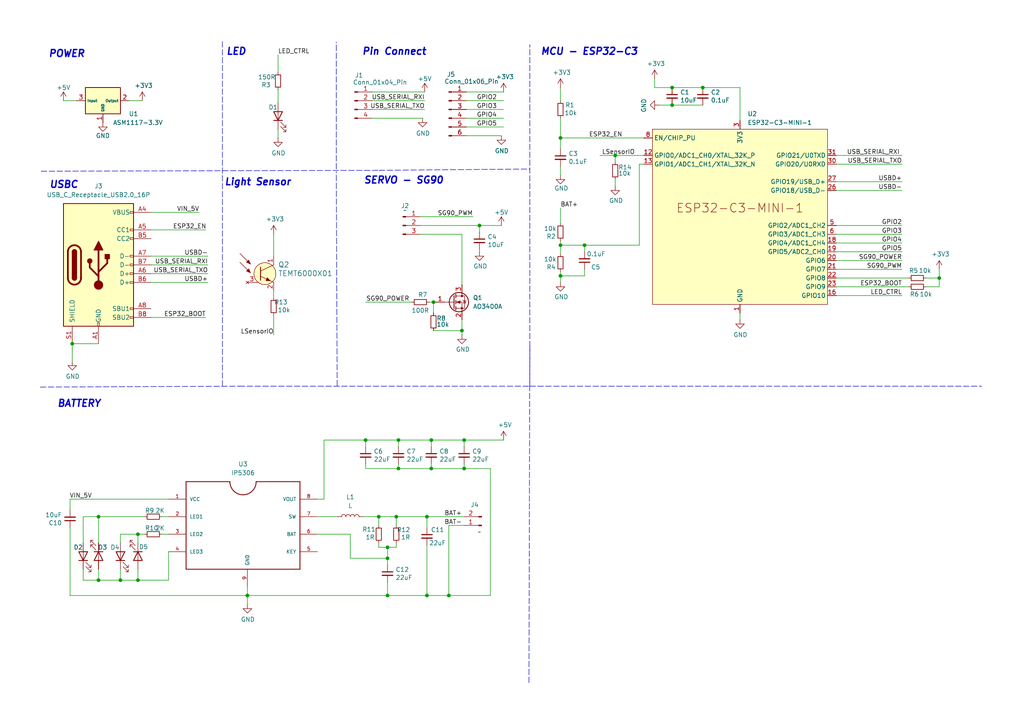
<source format=kicad_sch>
(kicad_sch (version 20231120) (generator "eeschema") (generator_version "8.0")
  (paper "A4")
  (lib_symbols
    (symbol "Connector:Conn_01x02_Pin" (pin_names (offset 1.016) hide)
      (property "Reference" "J" (at 0 2.54 0))
      (property "Value" "Conn_01x02_Pin" (at 0 -5.08 0))
      (symbol "Conn_01x02_Pin_1_1"
        (pin passive line (at 5.08 0 180) (length 3.81) (name "Pin_1") (number "1"))
        (pin passive line (at 5.08 -2.54 180) (length 3.81) (name "Pin_2") (number "2"))
      )
    )
    (symbol "Connector:Conn_01x03_Pin" (pin_names (offset 1.016) hide)
      (property "Reference" "J" (at 0 5.08 0))
      (property "Value" "Conn_01x03_Pin" (at 0 -5.08 0))
      (symbol "Conn_01x03_Pin_1_1"
        (pin passive line (at 5.08 2.54 180) (length 3.81) (name "Pin_1") (number "1"))
        (pin passive line (at 5.08 0 180) (length 3.81) (name "Pin_2") (number "2"))
        (pin passive line (at 5.08 -2.54 180) (length 3.81) (name "Pin_3") (number "3"))
      )
    )
    (symbol "Connector:Conn_01x04_Pin" (pin_names (offset 1.016) hide)
      (property "Reference" "J" (at 0 5.08 0))
      (property "Value" "Conn_01x04_Pin" (at 0 -7.62 0))
      (symbol "Conn_01x04_Pin_1_1"
        (pin passive line (at 5.08 2.54 180) (length 3.81) (name "Pin_1") (number "1"))
        (pin passive line (at 5.08 0 180) (length 3.81) (name "Pin_2") (number "2"))
        (pin passive line (at 5.08 -2.54 180) (length 3.81) (name "Pin_3") (number "3"))
        (pin passive line (at 5.08 -5.08 180) (length 3.81) (name "Pin_4") (number "4"))
      )
    )
    (symbol "Connector:Conn_01x06_Pin" (pin_names (offset 1.016) hide)
      (property "Reference" "J" (at 0 7.62 0))
      (property "Value" "Conn_01x06_Pin" (at 0 -10.16 0))
      (symbol "Conn_01x06_Pin_1_1"
        (pin passive line (at 5.08 5.08 180) (length 3.81) (name "Pin_1") (number "1"))
        (pin passive line (at 5.08 2.54 180) (length 3.81) (name "Pin_2") (number "2"))
        (pin passive line (at 5.08 0 180) (length 3.81) (name "Pin_3") (number "3"))
        (pin passive line (at 5.08 -2.54 180) (length 3.81) (name "Pin_4") (number "4"))
        (pin passive line (at 5.08 -5.08 180) (length 3.81) (name "Pin_5") (number "5"))
        (pin passive line (at 5.08 -7.62 180) (length 3.81) (name "Pin_6") (number "6"))
      )
    )
    (symbol "Connector:USB_C_Receptacle_USB2.0_16P" (pin_names (offset 1.016))
      (property "Reference" "J" (at 0 22.225 0))
      (property "Value" "USB_C_Receptacle_USB2.0_16P" (at 0 19.685 0))
      (symbol "USB_C_Receptacle_USB2.0_16P_1_1"
        (pin passive line (at 0 -22.86 90) (length 5.08) (name "GND") (number "A1"))
        (pin passive line (at 0 -22.86 90) (length 5.08) hide (name "GND") (number "A12"))
        (pin passive line (at 15.24 15.24 180) (length 5.08) (name "VBUS") (number "A4"))
        (pin bidirectional line (at 15.24 10.16 180) (length 5.08) (name "CC1") (number "A5"))
        (pin bidirectional line (at 15.24 -2.54 180) (length 5.08) (name "D+") (number "A6"))
        (pin bidirectional line (at 15.24 2.54 180) (length 5.08) (name "D-") (number "A7"))
        (pin bidirectional line (at 15.24 -12.7 180) (length 5.08) (name "SBU1") (number "A8"))
        (pin passive line (at 15.24 15.24 180) (length 5.08) hide (name "VBUS") (number "A9"))
        (pin passive line (at 0 -22.86 90) (length 5.08) hide (name "GND") (number "B1"))
        (pin passive line (at 0 -22.86 90) (length 5.08) hide (name "GND") (number "B12"))
        (pin passive line (at 15.24 15.24 180) (length 5.08) hide (name "VBUS") (number "B4"))
        (pin bidirectional line (at 15.24 7.62 180) (length 5.08) (name "CC2") (number "B5"))
        (pin bidirectional line (at 15.24 -5.08 180) (length 5.08) (name "D+") (number "B6"))
        (pin bidirectional line (at 15.24 0 180) (length 5.08) (name "D-") (number "B7"))
        (pin bidirectional line (at 15.24 -15.24 180) (length 5.08) (name "SBU2") (number "B8"))
        (pin passive line (at 15.24 15.24 180) (length 5.08) hide (name "VBUS") (number "B9"))
        (pin passive line (at -7.62 -22.86 90) (length 5.08) (name "SHIELD") (number "S1"))
      )
    )
    (symbol "Device:C_Small" (pin_numbers hide) (pin_names (offset 0.254) hide)
      (property "Reference" "C" (at 0.254 1.778 0))
      (property "Value" "C_Small" (at 0.254 -2.032 0))
      (symbol "C_Small_1_1"
        (pin passive line (at 0 2.54 270) (length 2.032) (name "~") (number "1"))
        (pin passive line (at 0 -2.54 90) (length 2.032) (name "~") (number "2"))
      )
    )
    (symbol "Device:L" (pin_numbers hide) (pin_names (offset 1.016) hide)
      (property "Reference" "L" (at -1.27 0 90))
      (property "Value" "L" (at 1.905 0 90))
      (symbol "L_1_1"
        (pin passive line (at 0 3.81 270) (length 1.27) (name "1") (number "1"))
        (pin passive line (at 0 -3.81 90) (length 1.27) (name "2") (number "2"))
      )
    )
    (symbol "Device:LED" (pin_numbers hide) (pin_names (offset 1.016) hide)
      (property "Reference" "D" (at 0 2.54 0))
      (property "Value" "LED" (at 0 -2.54 0))
      (symbol "LED_1_1"
        (pin passive line (at -3.81 0 0) (length 2.54) (name "K") (number "1"))
        (pin passive line (at 3.81 0 180) (length 2.54) (name "A") (number "2"))
      )
    )
    (symbol "Device:R_Small" (pin_numbers hide) (pin_names (offset 0.254) hide)
      (property "Reference" "R" (at 0.762 0.508 0))
      (property "Value" "R_Small" (at 0.762 -1.016 0))
      (symbol "R_Small_1_1"
        (pin passive line (at 0 2.54 270) (length 0.762) (name "~") (number "1"))
        (pin passive line (at 0 -2.54 90) (length 0.762) (name "~") (number "2"))
      )
    )
    (symbol "IP5306:IP5306" (pin_names (offset 1.016))
      (property "Reference" "U" (at 12.7 17.78 0))
      (property "Value" "IP5306" (at 12.7 15.24 0))
      (symbol "IP5306_0_0"
        (pin power_in line (at -5.08 20.32 0) (length 5.08) (name "VCC") (number "1"))
        (pin output line (at -5.08 15.24 0) (length 5.08) (name "LED1") (number "2"))
        (pin output line (at -5.08 10.16 0) (length 5.08) (name "LED2") (number "3"))
        (pin output line (at -5.08 5.08 0) (length 5.08) (name "LED3") (number "4"))
        (pin input line (at 38.1 5.08 180) (length 5.08) (name "KEY") (number "5"))
        (pin input line (at 38.1 10.16 180) (length 5.08) (name "BAT") (number "6"))
        (pin output line (at 38.1 15.24 180) (length 5.08) (name "SW") (number "7"))
        (pin output line (at 38.1 20.32 180) (length 5.08) (name "VOUT") (number "8"))
        (pin power_in line (at 17.78 -5.08 90) (length 5.08) (name "GND") (number "9"))
      )
    )
    (symbol "PCM_Espressif:ESP32-C3-MINI-1"
      (property "Reference" "U" (at -25.4 30.48 0))
      (property "Value" "ESP32-C3-MINI-1" (at -25.4 27.94 0))
      (symbol "ESP32-C3-MINI-1_0_0"
        (text "ESP32-C3-MINI-1" (at 0 2.54 0) (effects (font (size 2.54 2.54))))
      )
      (symbol "ESP32-C3-MINI-1_1_1"
        (pin power_in line (at 0 -27.94 90) (length 2.54) (name "GND") (number "1"))
        (pin no_connect line (at -25.4 2.54 0) (length 2.54) hide (name "NC") (number "10"))
        (pin passive line (at 0 -27.94 90) (length 2.54) hide (name "GND") (number "11"))
        (pin bidirectional line (at -27.94 17.78 0) (length 2.54) (name "GPIO0/ADC1_CH0/XTAL_32K_P") (number "12"))
        (pin bidirectional line (at -27.94 15.24 0) (length 2.54) (name "GPIO1/ADC1_CH1/XTAL_32K_N") (number "13"))
        (pin passive line (at 0 -27.94 90) (length 2.54) hide (name "GND") (number "14"))
        (pin no_connect line (at -25.4 0 0) (length 2.54) hide (name "NC") (number "15"))
        (pin bidirectional line (at 27.94 -22.86 180) (length 2.54) (name "GPIO10") (number "16"))
        (pin no_connect line (at -25.4 -2.54 0) (length 2.54) hide (name "NC") (number "17"))
        (pin bidirectional line (at 27.94 -7.62 180) (length 2.54) (name "GPIO4/ADC1_CH4") (number "18"))
        (pin bidirectional line (at 27.94 -10.16 180) (length 2.54) (name "GPIO5/ADC2_CH0") (number "19"))
        (pin passive line (at 0 -27.94 90) (length 2.54) hide (name "GND") (number "2"))
        (pin bidirectional line (at 27.94 -12.7 180) (length 2.54) (name "GPIO6") (number "20"))
        (pin bidirectional line (at 27.94 -15.24 180) (length 2.54) (name "GPIO7") (number "21"))
        (pin bidirectional line (at 27.94 -17.78 180) (length 2.54) (name "GPIO8") (number "22"))
        (pin bidirectional line (at 27.94 -20.32 180) (length 2.54) (name "GPIO9") (number "23"))
        (pin no_connect line (at -25.4 -5.08 0) (length 2.54) hide (name "NC") (number "24"))
        (pin no_connect line (at -25.4 -7.62 0) (length 2.54) hide (name "NC") (number "25"))
        (pin bidirectional line (at 27.94 7.62 180) (length 2.54) (name "GPIO18/USB_D-") (number "26"))
        (pin bidirectional line (at 27.94 10.16 180) (length 2.54) (name "GPIO19/USB_D+") (number "27"))
        (pin no_connect line (at -25.4 -10.16 0) (length 2.54) hide (name "NC") (number "28"))
        (pin no_connect line (at -25.4 -12.7 0) (length 2.54) hide (name "NC") (number "29"))
        (pin power_in line (at 0 27.94 270) (length 2.54) (name "3V3") (number "3"))
        (pin bidirectional line (at 27.94 15.24 180) (length 2.54) (name "GPIO20/U0RXD") (number "30"))
        (pin bidirectional line (at 27.94 17.78 180) (length 2.54) (name "GPIO21/U0TXD") (number "31"))
        (pin no_connect line (at -25.4 -15.24 0) (length 2.54) hide (name "NC") (number "32"))
        (pin no_connect line (at -25.4 -17.78 0) (length 2.54) hide (name "NC") (number "33"))
        (pin no_connect line (at -25.4 -20.32 0) (length 2.54) hide (name "NC") (number "34"))
        (pin no_connect line (at -25.4 -22.86 0) (length 2.54) hide (name "NC") (number "35"))
        (pin passive line (at 0 -27.94 90) (length 2.54) hide (name "GND") (number "36"))
        (pin passive line (at 0 -27.94 90) (length 2.54) hide (name "GND") (number "37"))
        (pin passive line (at 0 -27.94 90) (length 2.54) hide (name "GND") (number "38"))
        (pin passive line (at 0 -27.94 90) (length 2.54) hide (name "GND") (number "39"))
        (pin no_connect line (at -25.4 10.16 0) (length 2.54) hide (name "NC") (number "4"))
        (pin passive line (at 0 -27.94 90) (length 2.54) hide (name "GND") (number "40"))
        (pin passive line (at 0 -27.94 90) (length 2.54) hide (name "GND") (number "41"))
        (pin passive line (at 0 -27.94 90) (length 2.54) hide (name "GND") (number "42"))
        (pin passive line (at 0 -27.94 90) (length 2.54) hide (name "GND") (number "43"))
        (pin passive line (at 0 -27.94 90) (length 2.54) hide (name "GND") (number "44"))
        (pin passive line (at 0 -27.94 90) (length 2.54) hide (name "GND") (number "45"))
        (pin passive line (at 0 -27.94 90) (length 2.54) hide (name "GND") (number "46"))
        (pin passive line (at 0 -27.94 90) (length 2.54) hide (name "GND") (number "47"))
        (pin passive line (at 0 -27.94 90) (length 2.54) hide (name "GND") (number "48"))
        (pin passive line (at 0 -27.94 90) (length 2.54) hide (name "GND") (number "49"))
        (pin bidirectional line (at 27.94 -2.54 180) (length 2.54) (name "GPIO2/ADC1_CH2") (number "5"))
        (pin passive line (at 0 -27.94 90) (length 2.54) hide (name "GND") (number "50"))
        (pin passive line (at 0 -27.94 90) (length 2.54) hide (name "GND") (number "51"))
        (pin passive line (at 0 -27.94 90) (length 2.54) hide (name "GND") (number "52"))
        (pin passive line (at 0 -27.94 90) (length 2.54) hide (name "GND") (number "53"))
        (pin bidirectional line (at 27.94 -5.08 180) (length 2.54) (name "GPIO3/ADC1_CH3") (number "6"))
        (pin no_connect line (at -25.4 7.62 0) (length 2.54) hide (name "NC") (number "7"))
        (pin input line (at -27.94 22.86 0) (length 2.54) (name "EN/CHIP_PU") (number "8"))
        (pin no_connect line (at -25.4 5.08 0) (length 2.54) hide (name "NC") (number "9"))
      )
    )
    (symbol "Regulator_Linear:TS1117BCW33_RPG"
      (property "Reference" "U" (at 0 8.89 0))
      (property "Value" "TS1117BCW33_RPG" (at 0 6.35 0))
      (symbol "TS1117BCW33_RPG_1_1"
        (pin power_in line (at 0 -6.35 90) (length 2.54) (name "GND") (number "1"))
        (pin passive line (at 7.62 0 180) (length 2.54) (name "Output") (number "2"))
        (pin power_in line (at -7.62 0 0) (length 2.54) (name "Input") (number "3"))
      )
    )
    (symbol "Transistor_FET:AO3400A" (pin_names hide)
      (property "Reference" "Q" (at 5.08 1.905 0))
      (property "Value" "AO3400A" (at 5.08 0 0))
      (symbol "AO3400A_1_1"
        (pin input line (at -5.08 0 0) (length 2.54) (name "G") (number "1"))
        (pin passive line (at 2.54 -5.08 90) (length 2.54) (name "S") (number "2"))
        (pin passive line (at 2.54 5.08 270) (length 2.54) (name "D") (number "3"))
      )
    )
    (symbol "dk_Optical-Sensors-Phototransistors:TEMT6000X01" (pin_names (offset 0) hide)
      (property "Reference" "Q" (at -1.27 5.08 0))
      (property "Value" "TEMT6000X01" (at 6.35 0 90))
      (symbol "TEMT6000X01_1_1"
        (pin passive line (at 2.54 5.08 270) (length 2.54) (name "C") (number "1"))
        (pin passive line (at 2.54 -5.08 90) (length 2.54) (name "E") (number "2"))
        (pin no_connect line (at -5.08 -2.54 0) (length 2.54) (name "NC") (number "3"))
      )
    )
    (symbol "power:+3.3V" (power) (pin_names (offset 0))
      (property "Value" "+3.3V" (at 0 3.556 0))
      (symbol "+3.3V_1_1"
        (pin power_in line (at 0 0 90) (length 0) hide (name "+3V3") (number "1"))
      )
    )
    (symbol "power:+5V" (power) (pin_names (offset 0))
      (property "Value" "+5V" (at 0 3.556 0))
      (symbol "+5V_1_1"
        (pin power_in line (at 0 0 90) (length 0) hide (name "+5V") (number "1"))
      )
    )
    (symbol "power:GND" (power) (pin_names (offset 0))
      (property "Value" "GND" (at 0 -3.81 0))
      (symbol "GND_1_1"
        (pin power_in line (at 0 0 270) (length 0) hide (name "GND") (number "1"))
      )
    )
  )
  (junction (at 134.62 127.635))
  (junction (at 20.955 99.695))
  (junction (at 162.56 40.005))
  (junction (at 203.835 25.4))
  (junction (at 194.945 30.48))
  (junction (at 130.175 172.72))
  (junction (at 114.935 149.86))
  (junction (at 123.825 149.86))
  (junction (at 28.575 149.86))
  (junction (at 40.005 168.275))
  (junction (at 169.545 71.12))
  (junction (at 133.985 95.885))
  (junction (at 272.415 80.645))
  (junction (at 34.925 168.275))
  (junction (at 125.095 135.89))
  (junction (at 125.73 87.63))
  (junction (at 134.62 135.89))
  (junction (at 71.755 172.72))
  (junction (at 115.57 127.635))
  (junction (at 40.005 154.94))
  (junction (at 106.045 127.635))
  (junction (at 123.825 172.72))
  (junction (at 112.395 172.72))
  (junction (at 112.395 161.925))
  (junction (at 28.575 168.275))
  (junction (at 115.57 135.89))
  (junction (at 109.855 149.86))
  (junction (at 112.395 158.75))
  (junction (at 194.945 25.4))
  (junction (at 139.065 65.405))
  (junction (at 125.095 127.635))
  (junction (at 162.56 71.12))
  (junction (at 162.56 80.01))
  (junction (at 178.435 45.085))
  (wire (pts (xy 242.57 55.245) (xy 261.62 55.245)))
  (wire (pts (xy 46.99 149.86) (xy 48.895 149.86)))
  (wire (pts (xy 135.255 34.29) (xy 146.05 34.29)))
  (wire (pts (xy 18.415 29.21) (xy 22.225 29.21)))
  (wire (pts (xy 40.005 168.275) (xy 48.895 168.275)))
  (polyline (pts (xy 11.684 112.268) (xy 69.596 112.014)) (stroke (width 0) (type dash)))
  (wire (pts (xy 162.56 48.26) (xy 162.56 50.8)))
  (wire (pts (xy 139.065 65.405) (xy 145.415 65.405)))
  (wire (pts (xy 79.375 84.455) (xy 79.375 86.36)))
  (wire (pts (xy 34.925 168.275) (xy 40.005 168.275)))
  (wire (pts (xy 34.925 165.1) (xy 34.925 168.275)))
  (wire (pts (xy 71.755 172.72) (xy 112.395 172.72)))
  (wire (pts (xy 125.73 95.885) (xy 133.985 95.885)))
  (wire (pts (xy 106.045 127.635) (xy 115.57 127.635)))
  (wire (pts (xy 37.465 29.21) (xy 41.275 29.21)))
  (wire (pts (xy 121.92 62.865) (xy 137.16 62.865)))
  (wire (pts (xy 46.99 154.94) (xy 48.895 154.94)))
  (wire (pts (xy 178.435 45.085) (xy 178.435 46.99)))
  (wire (pts (xy 242.57 78.105) (xy 261.62 78.105)))
  (wire (pts (xy 272.415 83.185) (xy 272.415 80.645)))
  (wire (pts (xy 189.865 25.4) (xy 189.865 22.86)))
  (wire (pts (xy 40.005 154.94) (xy 41.91 154.94)))
  (wire (pts (xy 107.95 34.29) (xy 122.555 34.29)))
  (polyline (pts (xy 153.67 112.014) (xy 153.67 12.954)) (stroke (width 0) (type dash)))
  (polyline (pts (xy 153.416 197.993) (xy 153.67 100.33)) (stroke (width 0) (type dash)))
  (wire (pts (xy 20.32 144.78) (xy 48.895 144.78)))
  (wire (pts (xy 80.645 15.875) (xy 80.645 20.955)))
  (wire (pts (xy 133.985 95.885) (xy 133.985 97.155)))
  (wire (pts (xy 121.92 65.405) (xy 139.065 65.405)))
  (wire (pts (xy 40.005 165.1) (xy 40.005 168.275)))
  (wire (pts (xy 28.575 149.86) (xy 28.575 157.48)))
  (wire (pts (xy 112.395 161.925) (xy 112.395 163.83)))
  (wire (pts (xy 203.835 30.48) (xy 194.945 30.48)))
  (wire (pts (xy 93.98 127.635) (xy 106.045 127.635)))
  (wire (pts (xy 242.57 75.565) (xy 261.62 75.565)))
  (wire (pts (xy 107.95 31.75) (xy 123.19 31.75)))
  (wire (pts (xy 105.41 149.86) (xy 109.855 149.86)))
  (wire (pts (xy 107.95 26.67) (xy 123.19 26.67)))
  (polyline (pts (xy 97.79 111.887) (xy 97.536 49.784)) (stroke (width 0) (type dash)))
  (wire (pts (xy 20.955 99.695) (xy 20.955 104.775)))
  (wire (pts (xy 135.255 29.21) (xy 146.05 29.21)))
  (wire (pts (xy 125.095 127.635) (xy 134.62 127.635)))
  (wire (pts (xy 162.56 81.915) (xy 162.56 80.01)))
  (wire (pts (xy 93.98 144.78) (xy 93.98 127.635)))
  (wire (pts (xy 130.175 152.4) (xy 130.175 172.72)))
  (wire (pts (xy 125.095 135.89) (xy 134.62 135.89)))
  (wire (pts (xy 203.835 25.4) (xy 214.63 25.4)))
  (wire (pts (xy 106.045 87.63) (xy 119.38 87.63)))
  (wire (pts (xy 178.435 45.085) (xy 186.69 45.085)))
  (wire (pts (xy 169.545 71.12) (xy 169.545 73.025)))
  (polyline (pts (xy 69.342 112.014) (xy 153.67 112.014)) (stroke (width 0) (type dash)))
  (wire (pts (xy 43.815 74.295) (xy 60.325 74.295)))
  (wire (pts (xy 162.56 40.005) (xy 162.56 43.18)))
  (wire (pts (xy 112.395 158.75) (xy 114.935 158.75)))
  (wire (pts (xy 162.56 34.29) (xy 162.56 40.005)))
  (wire (pts (xy 34.925 154.94) (xy 40.005 154.94)))
  (wire (pts (xy 272.415 80.645) (xy 272.415 78.105)))
  (wire (pts (xy 106.045 129.54) (xy 106.045 127.635)))
  (wire (pts (xy 115.57 127.635) (xy 125.095 127.635)))
  (wire (pts (xy 114.935 149.86) (xy 114.935 152.4)))
  (wire (pts (xy 268.605 80.645) (xy 272.415 80.645)))
  (wire (pts (xy 123.825 172.72) (xy 130.175 172.72)))
  (wire (pts (xy 242.57 70.485) (xy 261.62 70.485)))
  (wire (pts (xy 40.005 154.94) (xy 40.005 157.48)))
  (wire (pts (xy 242.57 45.085) (xy 261.62 45.085)))
  (wire (pts (xy 135.255 31.75) (xy 146.05 31.75)))
  (wire (pts (xy 106.045 134.62) (xy 106.045 135.89)))
  (wire (pts (xy 24.13 168.275) (xy 28.575 168.275)))
  (wire (pts (xy 139.065 67.31) (xy 139.065 65.405)))
  (wire (pts (xy 92.075 154.94) (xy 101.6 154.94)))
  (wire (pts (xy 214.63 34.925) (xy 214.63 25.4)))
  (wire (pts (xy 268.605 83.185) (xy 272.415 83.185)))
  (wire (pts (xy 43.815 81.915) (xy 60.325 81.915)))
  (wire (pts (xy 115.57 134.62) (xy 115.57 135.89)))
  (wire (pts (xy 134.62 135.89) (xy 134.62 134.62)))
  (wire (pts (xy 115.57 135.89) (xy 125.095 135.89)))
  (wire (pts (xy 114.935 158.75) (xy 114.935 157.48)))
  (wire (pts (xy 130.175 152.4) (xy 134.62 152.4)))
  (wire (pts (xy 134.62 127.635) (xy 146.05 127.635)))
  (wire (pts (xy 28.575 168.275) (xy 34.925 168.275)))
  (wire (pts (xy 242.57 65.405) (xy 261.62 65.405)))
  (wire (pts (xy 135.255 39.37) (xy 145.415 39.37)))
  (wire (pts (xy 124.46 87.63) (xy 125.73 87.63)))
  (wire (pts (xy 43.815 76.835) (xy 60.325 76.835)))
  (polyline (pts (xy 64.516 112.014) (xy 64.516 11.938)) (stroke (width 0) (type dash)))
  (wire (pts (xy 142.24 172.72) (xy 142.24 135.89)))
  (wire (pts (xy 169.545 80.01) (xy 162.56 80.01)))
  (wire (pts (xy 109.855 157.48) (xy 109.855 158.75)))
  (wire (pts (xy 43.815 79.375) (xy 60.325 79.375)))
  (wire (pts (xy 135.255 26.67) (xy 146.05 26.67)))
  (wire (pts (xy 123.825 149.86) (xy 123.825 153.035)))
  (wire (pts (xy 71.755 172.72) (xy 71.755 175.26)))
  (wire (pts (xy 48.895 168.275) (xy 48.895 160.02)))
  (wire (pts (xy 185.42 71.12) (xy 169.545 71.12)))
  (wire (pts (xy 162.56 80.01) (xy 162.56 78.74)))
  (wire (pts (xy 24.13 165.1) (xy 24.13 168.275)))
  (wire (pts (xy 169.545 71.12) (xy 162.56 71.12)))
  (wire (pts (xy 20.32 144.78) (xy 20.32 147.955)))
  (wire (pts (xy 125.095 134.62) (xy 125.095 135.89)))
  (wire (pts (xy 242.57 67.945) (xy 261.62 67.945)))
  (wire (pts (xy 107.95 29.21) (xy 123.19 29.21)))
  (wire (pts (xy 71.755 170.18) (xy 71.755 172.72)))
  (wire (pts (xy 121.92 67.945) (xy 133.985 67.945)))
  (wire (pts (xy 28.575 149.86) (xy 41.91 149.86)))
  (wire (pts (xy 80.645 26.035) (xy 80.645 29.845)))
  (wire (pts (xy 185.42 47.625) (xy 186.69 47.625)))
  (wire (pts (xy 20.955 99.695) (xy 28.575 99.695)))
  (wire (pts (xy 169.545 78.105) (xy 169.545 80.01)))
  (wire (pts (xy 135.255 36.83) (xy 146.05 36.83)))
  (wire (pts (xy 109.855 158.75) (xy 112.395 158.75)))
  (wire (pts (xy 28.575 165.1) (xy 28.575 168.275)))
  (wire (pts (xy 112.395 158.75) (xy 112.395 161.925)))
  (wire (pts (xy 178.435 52.07) (xy 178.435 53.975)))
  (wire (pts (xy 125.73 87.63) (xy 126.365 87.63)))
  (polyline (pts (xy 153.67 112.014) (xy 284.734 112.014)) (stroke (width 0) (type dash)))
  (wire (pts (xy 242.57 83.185) (xy 263.525 83.185)))
  (wire (pts (xy 79.375 91.44) (xy 79.375 97.155)))
  (wire (pts (xy 34.925 154.94) (xy 34.925 157.48)))
  (wire (pts (xy 115.57 127.635) (xy 115.57 129.54)))
  (wire (pts (xy 139.065 72.39) (xy 139.065 73.025)))
  (wire (pts (xy 109.855 149.86) (xy 109.855 152.4)))
  (wire (pts (xy 125.73 87.63) (xy 125.73 90.805)))
  (wire (pts (xy 142.24 135.89) (xy 134.62 135.89)))
  (wire (pts (xy 20.32 172.72) (xy 71.755 172.72)))
  (wire (pts (xy 79.375 67.945) (xy 79.375 74.295)))
  (wire (pts (xy 242.57 80.645) (xy 263.525 80.645)))
  (wire (pts (xy 194.945 25.4) (xy 189.865 25.4)))
  (wire (pts (xy 114.935 149.86) (xy 123.825 149.86)))
  (wire (pts (xy 92.075 144.78) (xy 93.98 144.78)))
  (wire (pts (xy 173.99 45.085) (xy 178.435 45.085)))
  (wire (pts (xy 242.57 85.725) (xy 261.62 85.725)))
  (wire (pts (xy 28.575 149.86) (xy 24.13 149.86)))
  (wire (pts (xy 134.62 127.635) (xy 134.62 129.54)))
  (wire (pts (xy 109.855 149.86) (xy 114.935 149.86)))
  (wire (pts (xy 106.045 135.89) (xy 115.57 135.89)))
  (wire (pts (xy 133.985 67.945) (xy 133.985 82.55)))
  (wire (pts (xy 43.815 66.675) (xy 59.69 66.675)))
  (wire (pts (xy 123.825 158.115) (xy 123.825 172.72)))
  (polyline (pts (xy 97.536 49.022) (xy 97.536 12.192)) (stroke (width 0) (type dash)))
  (polyline (pts (xy 11.938 49.657) (xy 110.49 49.403)) (stroke (width 0) (type dash)))
  (wire (pts (xy 162.56 40.005) (xy 186.69 40.005)))
  (wire (pts (xy 214.63 90.805) (xy 214.63 92.71)))
  (wire (pts (xy 43.815 61.595) (xy 57.785 61.595)))
  (wire (pts (xy 20.32 153.035) (xy 20.32 172.72)))
  (wire (pts (xy 162.56 69.85) (xy 162.56 71.12)))
  (wire (pts (xy 242.57 73.025) (xy 261.62 73.025)))
  (polyline (pts (xy 109.982 49.403) (xy 153.67 49.022)) (stroke (width 0) (type dash)))
  (wire (pts (xy 185.42 47.625) (xy 185.42 71.12)))
  (wire (pts (xy 80.645 37.465) (xy 80.645 40.005)))
  (wire (pts (xy 162.56 64.77) (xy 162.56 60.325)))
  (wire (pts (xy 125.095 127.635) (xy 125.095 129.54)))
  (wire (pts (xy 101.6 154.94) (xy 101.6 161.925)))
  (wire (pts (xy 123.825 149.86) (xy 134.62 149.86)))
  (wire (pts (xy 112.395 172.72) (xy 123.825 172.72)))
  (wire (pts (xy 133.985 92.71) (xy 133.985 95.885)))
  (wire (pts (xy 112.395 172.72) (xy 112.395 168.91)))
  (wire (pts (xy 203.835 25.4) (xy 194.945 25.4)))
  (wire (pts (xy 191.135 30.48) (xy 194.945 30.48)))
  (wire (pts (xy 242.57 47.625) (xy 261.62 47.625)))
  (wire (pts (xy 24.13 149.86) (xy 24.13 157.48)))
  (wire (pts (xy 101.6 161.925) (xy 112.395 161.925)))
  (wire (pts (xy 92.075 149.86) (xy 97.79 149.86)))
  (wire (pts (xy 162.56 71.12) (xy 162.56 73.66)))
  (wire (pts (xy 43.815 92.075) (xy 59.69 92.075)))
  (wire (pts (xy 162.56 29.21) (xy 162.56 25.4)))
  (wire (pts (xy 130.175 172.72) (xy 142.24 172.72)))
  (wire (pts (xy 242.57 52.705) (xy 261.62 52.705)))
  (text "Pin Connect\n" (at 104.902 16.256 0) (effects (font (size 2.0066 2.0066) (thickness 0.4013) (bold yes) (italic yes)) (justify left bottom)))
  (text "MCU - ESP32-C3" (at 156.718 16.256 0) (effects (font (size 2.0066 2.0066) (thickness 0.4013) (bold yes) (italic yes)) (justify left bottom)))
  (text "POWER" (at 13.97 16.891 0) (effects (font (size 2.0066 2.0066) (thickness 0.4013) (bold yes) (italic yes)) (justify left bottom)))
  (text "Light Sensor" (at 65.024 54.102 0) (effects (font (size 2.0066 2.0066) (thickness 0.4013) (bold yes) (italic yes)) (justify left bottom)))
  (text "SERVO - SG90" (at 105.41 53.594 0) (effects (font (size 2.0066 2.0066) (thickness 0.4013) (bold yes) (italic yes)) (justify left bottom)))
  (text "BATTERY" (at 16.51 118.364 0) (effects (font (size 2.0066 2.0066) (thickness 0.4013) (bold yes) (italic yes)) (justify left bottom)))
  (text "USBC" (at 14.224 54.864 0) (effects (font (size 2.0066 2.0066) (thickness 0.4013) (bold yes) (italic yes)) (justify left bottom)))
  (text "LED" (at 65.532 16.256 0) (effects (font (size 2.0066 2.0066) (thickness 0.4013) (bold yes) (italic yes)) (justify left bottom)))
  (label "GPIO2" (at 261.62 65.405 180))
  (label "USB_SERIAL_TXO" (at 60.325 79.375 180))
  (label "USB_SERIAL_RXI" (at 60.325 76.835 180))
  (label "GPIO2" (at 144.145 29.21 180))
  (label "USB_SERIAL_TXO" (at 123.19 31.75 180))
  (label "ESP32_EN" (at 170.815 40.005 0))
  (label "USBD+" (at 261.62 52.705 180))
  (label "ESP32_BOOT" (at 261.62 83.185 180))
  (label "VIN_5V" (at 26.67 144.78 180))
  (label "GPIO3" (at 261.62 67.945 180))
  (label "GPIO5" (at 144.145 36.83 180))
  (label "LED_CTRL" (at 80.645 15.875 0))
  (label "USBD-" (at 60.325 74.295 180))
  (label "BAT+" (at 162.56 60.325 0))
  (label "SG90_POWER" (at 261.62 75.565 180))
  (label "USBD+" (at 60.325 81.915 180))
  (label "SG90_POWER" (at 118.745 87.63 180))
  (label "USB_SERIAL_TXO" (at 261.62 47.625 180))
  (label "USB_SERIAL_RXI" (at 260.985 45.085 180))
  (label "GPIO4" (at 144.145 34.29 180))
  (label "LSensorIO" (at 184.15 45.085 180))
  (label "ESP32_BOOT" (at 59.69 92.075 180))
  (label "LED_CTRL" (at 261.62 85.725 180))
  (label "SG90_PWM" (at 261.62 78.105 180))
  (label "VIN_5V" (at 57.785 61.595 180))
  (label "GPIO4" (at 261.62 70.485 180))
  (label "SG90_PWM" (at 137.16 62.865 180))
  (label "GPIO5" (at 261.62 73.025 180))
  (label "BAT-" (at 133.985 152.4 180))
  (label "LSensorIO" (at 79.375 97.155 180))
  (label "BAT+" (at 133.985 149.86 180))
  (label "USBD-" (at 261.62 55.245 180))
  (label "USB_SERIAL_RXI" (at 123.19 29.21 180))
  (label "GPIO3" (at 144.145 31.75 180))
  (label "ESP32_EN" (at 50.165 66.675 0))
  (symbol (lib_id "Device:R_Small") (at 162.56 31.75 180) (unit 1)
    (property "Reference" "R1" (at 166.624 30.48 0) (effects (justify left)))
    (property "Value" "10k" (at 167.386 32.766 0) (effects (justify left)))
    (property "Footprint" "Resistor_SMD:R_0402_1005Metric" (effects (hide yes)))
    (property "LCSC" "C105580" (effects (hide yes)))
    (property "Digikey" "RMCF0603JT5K10CT-ND" (effects (hide yes)))
    (property "Mouser" "652-CR0603FX-5101ELF" (effects (hide yes)))
  )
  (symbol (lib_id "power:GND") (at 122.555 34.29 0) (unit 1)
    (property "Reference" "#PWR024" (effects (hide yes)))
    (property "Value" "GND" (at 122.682 38.6842 0))
  )
  (symbol (lib_id "Device:R_Small") (at 178.435 49.53 0) (unit 1)
    (property "Reference" "R14" (at 179.324 48.514 0) (effects (justify left)))
    (property "Value" "10k" (at 179.324 50.292 0) (effects (justify left)))
    (property "Footprint" "Resistor_SMD:R_0402_1005Metric" (effects (hide yes)))
    (property "LCSC" "C105580" (effects (hide yes)))
    (property "Digikey" "RMCF0603JT5K10CT-ND" (effects (hide yes)))
    (property "Mouser" "652-CR0603FX-5101ELF" (effects (hide yes)))
  )
  (symbol (lib_id "Connector:Conn_01x03_Pin") (at 116.84 65.405 0) (unit 1)
    (property "Reference" "J2" (at 117.475 59.69 0))
    (property "Value" "~" (at 117.475 60.96 0))
    (property "Footprint" "Connector_PinHeader_2.00mm:PinHeader_1x03_P2.00mm_Vertical" (effects (hide yes)))
    (property "Description" "Generic connector, single row, 01x03, script generated" (effects (hide yes)))
  )
  (symbol (lib_id "Device:LED") (at 28.575 161.29 270) (unit 1)
    (property "Reference" "D3" (at 31.115 158.75 90) (effects (justify right)))
    (property "Value" "LED" (effects (hide yes)))
    (property "Footprint" "LED_SMD:LED_0603_1608Metric" (effects (hide yes)))
    (property "Description" "Light emitting diode" (effects (hide yes)))
  )
  (symbol (lib_id "Device:C_Small") (at 162.56 45.72 0) (unit 1)
    (property "Reference" "C3" (at 164.8968 44.5516 0) (effects (justify left)))
    (property "Value" "0.1uF" (at 164.8968 46.863 0) (effects (justify left)))
    (property "Footprint" "Capacitor_SMD:C_0402_1005Metric" (effects (hide yes)))
    (property "LCSC" "C1591" (effects (hide yes)))
    (property "Digikey" "1276-1935-1-ND" (effects (hide yes)))
    (property "Mouser" "187-CL10B104KB8NNWC" (effects (hide yes)))
  )
  (symbol (lib_id "power:+5V") (at 18.415 29.21 0) (unit 1)
    (property "Reference" "#PWR07" (effects (hide yes)))
    (property "Value" "+5V" (at 18.415 25.4 0))
  )
  (symbol (lib_id "Device:C_Small") (at 134.62 132.08 0) (unit 1)
    (property "Reference" "C9" (at 136.9568 130.9116 0) (effects (justify left)))
    (property "Value" "22uF" (at 136.9568 133.223 0) (effects (justify left)))
    (property "Footprint" "Capacitor_SMD:C_1206_3216Metric" (effects (hide yes)))
    (property "LCSC" "C1591" (effects (hide yes)))
    (property "Digikey" "1276-1935-1-ND" (effects (hide yes)))
    (property "Mouser" "187-CL10B104KB8NNWC" (effects (hide yes)))
  )
  (symbol (lib_id "Device:LED") (at 40.005 161.29 270) (unit 1)
    (property "Reference" "D5" (at 40.259 158.623 90) (effects (justify left)))
    (property "Value" "LED" (effects (hide yes)))
    (property "Footprint" "LED_SMD:LED_0603_1608Metric" (effects (hide yes)))
    (property "Description" "Light emitting diode" (effects (hide yes)))
  )
  (symbol (lib_id "Device:R_Small") (at 44.45 154.94 270) (unit 1)
    (property "Reference" "R10" (at 42.037 153.162 90) (effects (justify left)))
    (property "Value" "2K" (at 45.085 153.162 90) (effects (justify left)))
    (property "Footprint" "Resistor_SMD:R_0402_1005Metric" (effects (hide yes)))
    (property "LCSC" "C105580" (effects (hide yes)))
    (property "Digikey" "RMCF0603JT5K10CT-ND" (effects (hide yes)))
    (property "Mouser" "652-CR0603FX-5101ELF" (effects (hide yes)))
  )
  (symbol (lib_id "Regulator_Linear:TS1117BCW33_RPG") (at 29.845 29.21 0) (unit 1)
    (property "Reference" "U1" (at 38.735 33.02 0))
    (property "Value" "ASM1117-3.3V" (at 40.005 35.56 0))
    (property "Footprint" "Package_TO_SOT_SMD:SOT-223-3_TabPin2" (effects (hide yes)))
    (property "Datasheet" "https://www.mouser.com/datasheet/2/395/TS1117B_H1607-1918589.pdf" (effects (hide yes)))
    (property "Note" "Populate either U6 or U9 - depending on pinout - but not both!" (effects (hide yes)))
    (property "LCSC" "C6186, C35879, or others" (effects (hide yes)))
    (property "Digikey" "296-35976-1-ND" (effects (hide yes)))
    (property "Mouser" "821-TS1117BCW33RPG" (effects (hide yes)))
  )
  (symbol (lib_id "dk_Optical-Sensors-Phototransistors:TEMT6000X01") (at 76.835 79.375 0) (unit 1)
    (property "Reference" "Q2" (at 80.645 76.7714 0) (effects (font (size 1.524 1.524)) (justify left)))
    (property "Value" "TEMT6000X01" (at 80.645 79.3114 0) (effects (font (size 1.524 1.524)) (justify left)))
    (property "Footprint" "digikey-footprints:Phototransistor_SMD_4x2mm_TEMT6000X01" (effects (hide yes)))
    (property "Datasheet" "http://www.vishay.com/docs/81579/temt6000.pdf" (effects (hide yes)))
    (property "Description" "SENSOR PHOTO 570NM TOP VIEW 1206" (effects (hide yes)))
    (property "Digi-Key_PN" "751-1055-1-ND" (effects (hide yes)))
    (property "MPN" "TEMT6000X01" (effects (hide yes)))
    (property "Category" "Sensors, Transducers" (effects (hide yes)))
    (property "Family" "Optical Sensors - Phototransistors" (effects (hide yes)))
    (property "DK_Datasheet_Link" "http://www.vishay.com/docs/81579/temt6000.pdf" (effects (hide yes)))
    (property "DK_Detail_Page" "/product-detail/en/vishay-semiconductor-opto-division/TEMT6000X01/751-1055-1-ND/1681410" (effects (hide yes)))
    (property "Description_1" "SENSOR PHOTO 570NM TOP VIEW 1206" (effects (hide yes)))
    (property "Manufacturer" "Vishay Semiconductor Opto Division" (effects (hide yes)))
    (property "Status" "Active" (effects (hide yes)))
  )
  (symbol (lib_id "power:GND") (at 191.135 30.48 270) (unit 1)
    (property "Reference" "#PWR06" (effects (hide yes)))
    (property "Value" "GND" (at 186.7408 30.607 0))
  )
  (symbol (lib_id "Device:C_Small") (at 203.835 27.94 0) (unit 1)
    (property "Reference" "C2" (at 206.1718 26.7716 0) (effects (justify left)))
    (property "Value" "0.1uF" (at 206.1718 29.083 0) (effects (justify left)))
    (property "Footprint" "Capacitor_SMD:C_0402_1005Metric" (effects (hide yes)))
    (property "LCSC" "C1591" (effects (hide yes)))
    (property "Digikey" "1276-1935-1-ND" (effects (hide yes)))
    (property "Mouser" "187-CL10B104KB8NNWC" (effects (hide yes)))
  )
  (symbol (lib_id "Device:C_Small") (at 20.32 150.495 180) (unit 1)
    (property "Reference" "C10" (at 17.9832 151.6634 0) (effects (justify left)))
    (property "Value" "10uF" (at 17.9832 149.352 0) (effects (justify left)))
    (property "Footprint" "Capacitor_SMD:C_0603_1608Metric" (effects (hide yes)))
    (property "LCSC" "C1591" (effects (hide yes)))
    (property "Digikey" "1276-1935-1-ND" (effects (hide yes)))
    (property "Mouser" "187-CL10B104KB8NNWC" (effects (hide yes)))
  )
  (symbol (lib_id "power:GND") (at 162.56 81.915 0) (unit 1)
    (property "Reference" "#PWR015" (effects (hide yes)))
    (property "Value" "GND" (at 162.814 86.106 0))
  )
  (symbol (lib_id "power:+5V") (at 145.415 65.405 0) (unit 1)
    (property "Reference" "#PWR013" (effects (hide yes)))
    (property "Value" "+5V" (at 145.415 61.595 0))
  )
  (symbol (lib_id "Device:LED") (at 24.13 161.29 90) (unit 1)
    (property "Reference" "D2" (at 21.336 158.75 90) (effects (justify right)))
    (property "Value" "LED" (effects (hide yes)))
    (property "Footprint" "LED_SMD:LED_0603_1608Metric" (effects (hide yes)))
    (property "Description" "Light emitting diode" (effects (hide yes)))
  )
  (symbol (lib_id "power:GND") (at 20.955 104.775 0) (unit 1)
    (property "Reference" "#PWR022" (effects (hide yes)))
    (property "Value" "GND" (at 21.082 109.1692 0))
  )
  (symbol (lib_id "Device:R_Small") (at 162.56 67.31 0) (unit 1)
    (property "Reference" "R2" (at 158.496 68.58 0) (effects (justify left)))
    (property "Value" "10k" (at 157.734 66.294 0) (effects (justify left)))
    (property "Footprint" "Resistor_SMD:R_0402_1005Metric" (effects (hide yes)))
    (property "LCSC" "C105580" (effects (hide yes)))
    (property "Digikey" "RMCF0603JT5K10CT-ND" (effects (hide yes)))
    (property "Mouser" "652-CR0603FX-5101ELF" (effects (hide yes)))
  )
  (symbol (lib_id "power:GND") (at 214.63 92.71 0) (unit 1)
    (property "Reference" "#PWR017" (effects (hide yes)))
    (property "Value" "GND" (at 214.757 97.1042 0))
  )
  (symbol (lib_id "power:+3.3V") (at 272.415 78.105 0) (unit 1)
    (property "Reference" "#PWR014" (effects (hide yes)))
    (property "Value" "+3V3" (at 272.796 73.7108 0))
  )
  (symbol (lib_id "Connector:Conn_01x06_Pin") (at 130.175 31.75 0) (unit 1)
    (property "Reference" "J5" (at 130.81 21.59 0))
    (property "Value" "Conn_01x06_Pin" (at 136.779 23.622 0))
    (property "Footprint" "Connector_PinHeader_2.00mm:PinHeader_1x06_P2.00mm_Vertical" (effects (hide yes)))
    (property "Description" "Generic connector, single row, 01x06, script generated" (effects (hide yes)))
  )
  (symbol (lib_id "Device:R_Small") (at 44.45 149.86 270) (unit 1)
    (property "Reference" "R9" (at 42.037 148.082 90) (effects (justify left)))
    (property "Value" "2K" (at 45.085 148.082 90) (effects (justify left)))
    (property "Footprint" "Resistor_SMD:R_0402_1005Metric" (effects (hide yes)))
    (property "LCSC" "C105580" (effects (hide yes)))
    (property "Digikey" "RMCF0603JT5K10CT-ND" (effects (hide yes)))
    (property "Mouser" "652-CR0603FX-5101ELF" (effects (hide yes)))
  )
  (symbol (lib_id "Device:C_Small") (at 123.825 155.575 0) (unit 1)
    (property "Reference" "C11" (at 124.968 153.67 0) (effects (justify left)))
    (property "Value" "22uF" (at 124.46 157.48 0) (effects (justify left)))
    (property "Footprint" "Capacitor_SMD:C_1206_3216Metric" (effects (hide yes)))
    (property "LCSC" "C1591" (effects (hide yes)))
    (property "Digikey" "1276-1935-1-ND" (effects (hide yes)))
    (property "Mouser" "187-CL10B104KB8NNWC" (effects (hide yes)))
  )
  (symbol (lib_id "Device:C_Small") (at 139.065 69.85 0) (unit 1)
    (property "Reference" "C4" (at 141.4018 68.6816 0) (effects (justify left)))
    (property "Value" "10uF" (at 141.4018 70.993 0) (effects (justify left)))
    (property "Footprint" "Capacitor_SMD:C_0402_1005Metric" (effects (hide yes)))
    (property "LCSC" "C1591" (effects (hide yes)))
    (property "Digikey" "1276-1935-1-ND" (effects (hide yes)))
    (property "Mouser" "187-CL10B104KB8NNWC" (effects (hide yes)))
  )
  (symbol (lib_id "Device:C_Small") (at 115.57 132.08 0) (unit 1)
    (property "Reference" "C7" (at 117.9068 130.9116 0) (effects (justify left)))
    (property "Value" "22uF" (at 117.9068 133.223 0) (effects (justify left)))
    (property "Footprint" "Capacitor_SMD:C_1206_3216Metric" (effects (hide yes)))
    (property "LCSC" "C1591" (effects (hide yes)))
    (property "Digikey" "1276-1935-1-ND" (effects (hide yes)))
    (property "Mouser" "187-CL10B104KB8NNWC" (effects (hide yes)))
  )
  (symbol (lib_id "Device:C_Small") (at 194.945 27.94 0) (unit 1)
    (property "Reference" "C1" (at 197.2818 26.7716 0) (effects (justify left)))
    (property "Value" "10uF" (at 197.2818 29.083 0) (effects (justify left)))
    (property "Footprint" "Capacitor_SMD:C_0402_1005Metric" (effects (hide yes)))
    (property "LCSC" "C15850" (effects (hide yes)))
    (property "Digikey" "1276-2891-1-ND" (effects (hide yes)))
    (property "Mouser" "187-CL21A106KAYNNNE" (effects (hide yes)))
  )
  (symbol (lib_id "Device:R_Small") (at 109.855 154.94 180) (unit 1)
    (property "Reference" "R11" (at 108.966 153.543 0) (effects (justify left)))
    (property "Value" "1R" (at 108.712 155.829 0) (effects (justify left)))
    (property "Footprint" "Resistor_SMD:R_0603_1608Metric" (effects (hide yes)))
    (property "LCSC" "C105580" (effects (hide yes)))
    (property "Digikey" "RMCF0603JT5K10CT-ND" (effects (hide yes)))
    (property "Mouser" "652-CR0603FX-5101ELF" (effects (hide yes)))
  )
  (symbol (lib_id "power:+3.3V") (at 189.865 22.86 0) (unit 1)
    (property "Reference" "#PWR01" (effects (hide yes)))
    (property "Value" "+3V3" (at 190.246 18.4658 0))
  )
  (symbol (lib_id "power:+3.3V") (at 41.275 29.21 0) (unit 1)
    (property "Reference" "#PWR08" (effects (hide yes)))
    (property "Value" "+3V3" (at 41.656 24.8158 0))
  )
  (symbol (lib_id "power:GND") (at 145.415 39.37 0) (unit 1)
    (property "Reference" "#PWR023" (effects (hide yes)))
    (property "Value" "GND" (at 145.542 43.7642 0))
  )
  (symbol (lib_id "Device:LED") (at 80.645 33.655 90) (unit 1)
    (property "Reference" "D1" (at 77.851 31.115 90) (effects (justify right)))
    (property "Value" "LED" (effects (hide yes)))
    (property "Footprint" "LED_SMD:LED_0603_1608Metric" (effects (hide yes)))
    (property "Description" "Light emitting diode" (effects (hide yes)))
  )
  (symbol (lib_id "Device:R_Small") (at 266.065 80.645 90) (unit 1)
    (property "Reference" "R5" (at 266.319 78.486 90) (effects (justify left)))
    (property "Value" "10k" (at 270.129 78.486 90) (effects (justify left)))
    (property "Footprint" "Resistor_SMD:R_0402_1005Metric" (effects (hide yes)))
    (property "LCSC" "C105580" (effects (hide yes)))
    (property "Digikey" "RMCF0603JT5K10CT-ND" (effects (hide yes)))
    (property "Mouser" "652-CR0603FX-5101ELF" (effects (hide yes)))
  )
  (symbol (lib_id "power:+3.3V") (at 79.375 67.945 0) (unit 1)
    (property "Reference" "#PWR03" (effects (hide yes)))
    (property "Value" "+3V3" (at 79.756 63.5508 0))
  )
  (symbol (lib_id "power:GND") (at 139.065 73.025 0) (unit 1)
    (property "Reference" "#PWR02" (effects (hide yes)))
    (property "Value" "GND" (at 139.319 77.216 0))
  )
  (symbol (lib_id "Device:C_Small") (at 169.545 75.565 180) (unit 1)
    (property "Reference" "C5" (at 174.117 77.47 0) (effects (justify left)))
    (property "Value" "0.1uF" (at 175.641 73.66 0) (effects (justify left)))
    (property "Footprint" "Capacitor_SMD:C_0402_1005Metric" (effects (hide yes)))
    (property "LCSC" "C1591" (effects (hide yes)))
    (property "Digikey" "1276-1935-1-ND" (effects (hide yes)))
    (property "Mouser" "187-CL10B104KB8NNWC" (effects (hide yes)))
  )
  (symbol (lib_id "power:+5V") (at 123.19 26.67 0) (unit 1)
    (property "Reference" "#PWR025" (effects (hide yes)))
    (property "Value" "+5V" (at 123.19 22.86 0))
  )
  (symbol (lib_id "Device:L") (at 101.6 149.86 90) (unit 1)
    (property "Reference" "L1" (at 101.6 144.145 90))
    (property "Value" "L" (at 101.6 146.685 90))
    (property "Footprint" "Inductor_SMD:L_Chilisin_BMRA00050530" (effects (hide yes)))
    (property "Description" "Inductor" (effects (hide yes)))
  )
  (symbol (lib_id "Connector:Conn_01x02_Pin") (at 139.7 152.4 180) (unit 1)
    (property "Reference" "J4" (at 137.668 146.431 0))
    (property "Value" "~" (at 139.065 154.305 0))
    (property "Footprint" "Connector_PinHeader_2.00mm:PinHeader_1x02_P2.00mm_Vertical" (effects (hide yes)))
    (property "Description" "Generic connector, single row, 01x02, script generated" (effects (hide yes)))
  )
  (symbol (lib_id "Device:C_Small") (at 125.095 132.08 0) (unit 1)
    (property "Reference" "C8" (at 127.4318 130.9116 0) (effects (justify left)))
    (property "Value" "22uF" (at 127.4318 133.223 0) (effects (justify left)))
    (property "Footprint" "Capacitor_SMD:C_1206_3216Metric" (effects (hide yes)))
    (property "LCSC" "C1591" (effects (hide yes)))
    (property "Digikey" "1276-1935-1-ND" (effects (hide yes)))
    (property "Mouser" "187-CL10B104KB8NNWC" (effects (hide yes)))
  )
  (symbol (lib_id "Device:R_Small") (at 80.645 23.495 0) (unit 1)
    (property "Reference" "R3" (at 75.819 24.638 0) (effects (justify left)))
    (property "Value" "150R" (at 74.803 22.352 0) (effects (justify left)))
    (property "Footprint" "Resistor_SMD:R_0402_1005Metric" (effects (hide yes)))
    (property "LCSC" "C105580" (effects (hide yes)))
    (property "Digikey" "RMCF0603JT5K10CT-ND" (effects (hide yes)))
    (property "Mouser" "652-CR0603FX-5101ELF" (effects (hide yes)))
  )
  (symbol (lib_id "power:GND") (at 29.845 35.56 0) (unit 1)
    (property "Reference" "#PWR09" (effects (hide yes)))
    (property "Value" "GND" (at 29.845 39.37 0))
  )
  (symbol (lib_id "power:+5V") (at 146.05 127.635 0) (unit 1)
    (property "Reference" "#PWR020" (effects (hide yes)))
    (property "Value" "+5V" (at 146.431 123.2408 0))
  )
  (symbol (lib_id "Device:R_Small") (at 125.73 93.345 0) (unit 1)
    (property "Reference" "R8" (at 126.619 92.329 0) (effects (justify left)))
    (property "Value" "10k" (at 126.619 94.107 0) (effects (justify left)))
    (property "Footprint" "Resistor_SMD:R_0402_1005Metric" (effects (hide yes)))
    (property "LCSC" "C105580" (effects (hide yes)))
    (property "Digikey" "RMCF0603JT5K10CT-ND" (effects (hide yes)))
    (property "Mouser" "652-CR0603FX-5101ELF" (effects (hide yes)))
  )
  (symbol (lib_id "Connector:USB_C_Receptacle_USB2.0_16P") (at 28.575 76.835 0) (unit 1)
    (property "Reference" "J3" (at 28.575 53.975 0))
    (property "Value" "USB_C_Receptacle_USB2.0_16P" (at 28.575 56.515 0))
    (property "Footprint" "Connector_USB:USB_C_Receptacle_GCT_USB4105-xx-A_16P_TopMnt_Horizontal" (effects (hide yes)))
    (property "Datasheet" "https://www.usb.org/sites/default/files/documents/usb_type-c.zip" (effects (hide yes)))
    (property "Description" "USB 2.0-only 16P Type-C Receptacle connector" (effects (hide yes)))
  )
  (symbol (lib_id "Connector:Conn_01x04_Pin") (at 102.87 29.21 0) (unit 1)
    (property "Reference" "J1" (at 104.14 21.844 0))
    (property "Value" "Conn_01x04_Pin" (at 110.236 23.876 0))
    (property "Footprint" "Connector_PinHeader_2.00mm:PinHeader_1x04_P2.00mm_Vertical" (effects (hide yes)))
    (property "Description" "Generic connector, single row, 01x04, script generated" (effects (hide yes)))
  )
  (symbol (lib_id "Device:R_Small") (at 114.935 154.94 180) (unit 1)
    (property "Reference" "R12" (at 118.999 153.67 0) (effects (justify left)))
    (property "Value" "1R" (at 118.999 155.829 0) (effects (justify left)))
    (property "Footprint" "Resistor_SMD:R_0603_1608Metric" (effects (hide yes)))
    (property "LCSC" "C105580" (effects (hide yes)))
    (property "Digikey" "RMCF0603JT5K10CT-ND" (effects (hide yes)))
    (property "Mouser" "652-CR0603FX-5101ELF" (effects (hide yes)))
  )
  (symbol (lib_id "Device:R_Small") (at 79.375 88.9 180) (unit 1)
    (property "Reference" "R13" (at 83.439 87.63 0) (effects (justify left)))
    (property "Value" "10k" (at 84.201 89.916 0) (effects (justify left)))
    (property "Footprint" "Resistor_SMD:R_0402_1005Metric" (effects (hide yes)))
    (property "LCSC" "C105580" (effects (hide yes)))
    (property "Digikey" "RMCF0603JT5K10CT-ND" (effects (hide yes)))
    (property "Mouser" "652-CR0603FX-5101ELF" (effects (hide yes)))
  )
  (symbol (lib_id "power:GND") (at 178.435 53.975 0) (unit 1)
    (property "Reference" "#PWR011" (effects (hide yes)))
    (property "Value" "GND" (at 178.689 58.166 0))
  )
  (symbol (lib_id "IP5306:IP5306") (at 53.975 165.1 0) (unit 1)
    (property "Reference" "U3" (at 70.485 134.62 0))
    (property "Value" "IP5306" (at 70.485 137.16 0))
    (property "Footprint" "IP5306:SOIC9P127_490X600X170L84X42T330X241N" (effects (hide yes)))
    (property "MF" "Injoinic" (effects (hide yes)))
    (property "Description_1" "\n                        \n                            Fully-Integrated Power Bank System-On-Chip with 2.1A charger, 2.4A discharger\n                        \n" (effects (hide yes)))
    (property "Package" "None" (effects (hide yes)))
    (property "Price" "None" (effects (hide yes)))
    (property "SnapEDA_Link" "https://www.snapeda.com/parts/IP5306/Injoinic/view-part/?ref=snap" (effects (hide yes)))
    (property "MP" "IP5306" (effects (hide yes)))
    (property "Availability" "In Stock" (effects (hide yes)))
    (property "Check_prices" "https://www.snapeda.com/parts/IP5306/Injoinic/view-part/?ref=eda" (effects (hide yes)))
  )
  (symbol (lib_id "Device:R_Small") (at 162.56 76.2 0) (unit 1)
    (property "Reference" "R4" (at 158.496 77.47 0) (effects (justify left)))
    (property "Value" "10k" (at 157.734 75.184 0) (effects (justify left)))
    (property "Footprint" "Resistor_SMD:R_0402_1005Metric" (effects (hide yes)))
    (property "LCSC" "C105580" (effects (hide yes)))
    (property "Digikey" "RMCF0603JT5K10CT-ND" (effects (hide yes)))
    (property "Mouser" "652-CR0603FX-5101ELF" (effects (hide yes)))
  )
  (symbol (lib_id "Transistor_FET:AO3400A") (at 131.445 87.63 0) (unit 1)
    (property "Reference" "Q1" (at 137.16 86.3599 0) (effects (justify left)))
    (property "Value" "AO3400A" (at 137.16 88.8999 0) (effects (justify left)))
    (property "Footprint" "Package_TO_SOT_SMD:SOT-23" (effects (hide yes)))
    (property "Datasheet" "http://www.aosmd.com/pdfs/datasheet/AO3400A.pdf" (effects (hide yes)))
    (property "Description" "30V Vds, 5.7A Id, N-Channel MOSFET, SOT-23" (effects (hide yes)))
  )
  (symbol (lib_id "power:GND") (at 80.645 40.005 0) (unit 1)
    (property "Reference" "#PWR016" (effects (hide yes)))
    (property "Value" "GND" (at 80.772 44.3992 0))
  )
  (symbol (lib_id "power:GND") (at 71.755 175.26 0) (unit 1)
    (property "Reference" "#PWR021" (effects (hide yes)))
    (property "Value" "GND" (at 71.882 179.6542 0))
  )
  (symbol (lib_id "Device:R_Small") (at 266.065 83.185 90) (unit 1)
    (property "Reference" "R6" (at 266.573 85.344 90) (effects (justify left)))
    (property "Value" "10k" (at 270.383 85.344 90) (effects (justify left)))
    (property "Footprint" "Resistor_SMD:R_0402_1005Metric" (effects (hide yes)))
    (property "LCSC" "C105580" (effects (hide yes)))
    (property "Digikey" "RMCF0603JT5K10CT-ND" (effects (hide yes)))
    (property "Mouser" "652-CR0603FX-5101ELF" (effects (hide yes)))
  )
  (symbol (lib_id "Device:C_Small") (at 106.045 132.08 0) (unit 1)
    (property "Reference" "C6" (at 108.3818 130.9116 0) (effects (justify left)))
    (property "Value" "22uF" (at 108.3818 133.223 0) (effects (justify left)))
    (property "Footprint" "Capacitor_SMD:C_1206_3216Metric" (effects (hide yes)))
    (property "LCSC" "C1591" (effects (hide yes)))
    (property "Digikey" "1276-1935-1-ND" (effects (hide yes)))
    (property "Mouser" "187-CL10B104KB8NNWC" (effects (hide yes)))
  )
  (symbol (lib_id "Device:C_Small") (at 112.395 166.37 0) (unit 1)
    (property "Reference" "C12" (at 114.7318 165.2016 0) (effects (justify left)))
    (property "Value" "22uF" (at 114.7318 167.513 0) (effects (justify left)))
    (property "Footprint" "Capacitor_SMD:C_1206_3216Metric" (effects (hide yes)))
    (property "LCSC" "C1591" (effects (hide yes)))
    (property "Digikey" "1276-1935-1-ND" (effects (hide yes)))
    (property "Mouser" "187-CL10B104KB8NNWC" (effects (hide yes)))
  )
  (symbol (lib_id "Device:R_Small") (at 121.92 87.63 90) (unit 1)
    (property "Reference" "R7" (at 123.952 85.471 90) (effects (justify left)))
    (property "Value" "100R" (at 124.46 90.043 90) (effects (justify left)))
    (property "Footprint" "Resistor_SMD:R_0402_1005Metric" (effects (hide yes)))
    (property "LCSC" "C105580" (effects (hide yes)))
    (property "Digikey" "RMCF0603JT5K10CT-ND" (effects (hide yes)))
    (property "Mouser" "652-CR0603FX-5101ELF" (effects (hide yes)))
  )
  (symbol (lib_id "power:+3.3V") (at 146.05 26.67 0) (unit 1)
    (property "Reference" "#PWR05" (effects (hide yes)))
    (property "Value" "+3V3" (at 146.431 22.2758 0))
  )
  (symbol (lib_id "power:GND") (at 162.56 50.8 0) (unit 1)
    (property "Reference" "#PWR012" (effects (hide yes)))
    (property "Value" "GND" (at 162.814 54.61 0))
  )
  (symbol (lib_id "PCM_Espressif:ESP32-C3-MINI-1") (at 214.63 62.865 0) (unit 1)
    (property "Reference" "U2" (at 216.8241 33.02 0) (effects (justify left)))
    (property "Value" "ESP32-C3-MINI-1" (at 216.8241 35.56 0) (effects (justify left)))
    (property "Footprint" "PCM_Espressif:ESP32-C3-MINI-1" (effects (hide yes)))
    (property "Datasheet" "https://www.espressif.com/sites/default/files/documentation/esp32-c3-mini-1_datasheet_en.pdf" (effects (hide yes)))
    (property "Description" "ESP32-C3-MINI-1 family is an ultra-low-power MCU-based SoC solution that supports 2.4 GHz Wi-Fi and Bluetooth®Low Energy (Bluetooth LE)." (effects (hide yes)))
  )
  (symbol (lib_id "Device:LED") (at 34.925 161.29 90) (unit 1)
    (property "Reference" "D4" (at 32.004 158.75 90) (effects (justify right)))
    (property "Value" "LED" (effects (hide yes)))
    (property "Footprint" "LED_SMD:LED_0603_1608Metric" (effects (hide yes)))
    (property "Description" "Light emitting diode" (effects (hide yes)))
  )
  (symbol (lib_id "power:+3.3V") (at 162.56 25.4 0) (unit 1)
    (property "Reference" "#PWR04" (effects (hide yes)))
    (property "Value" "+3V3" (at 162.941 21.0058 0))
  )
  (symbol (lib_id "power:GND") (at 133.985 97.155 0) (unit 1)
    (property "Reference" "#PWR018" (effects (hide yes)))
    (property "Value" "GND" (at 134.239 101.346 0))
  )
)
</source>
